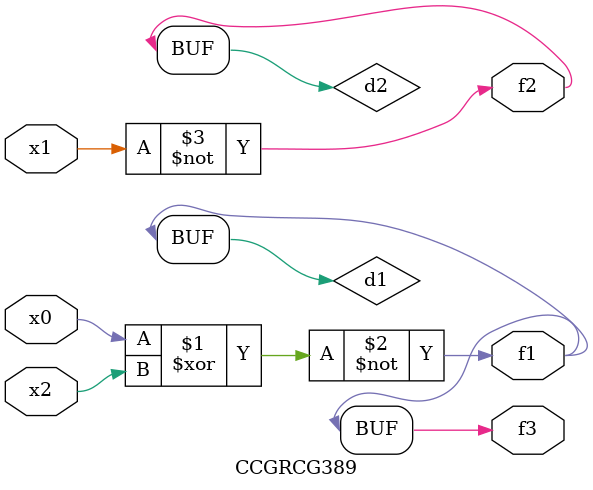
<source format=v>
module CCGRCG389(
	input x0, x1, x2,
	output f1, f2, f3
);

	wire d1, d2, d3;

	xnor (d1, x0, x2);
	nand (d2, x1);
	nor (d3, x1, x2);
	assign f1 = d1;
	assign f2 = d2;
	assign f3 = d1;
endmodule

</source>
